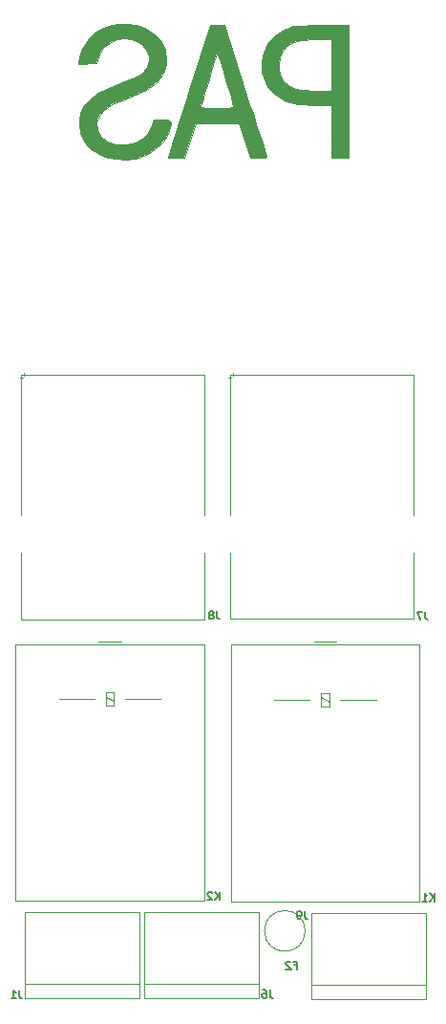
<source format=gbr>
%TF.GenerationSoftware,KiCad,Pcbnew,5.1.6-c6e7f7d~87~ubuntu20.04.1*%
%TF.CreationDate,2020-11-14T10:44:13+07:00*%
%TF.ProjectId,pas-slave-camera-hw,7061732d-736c-4617-9665-2d63616d6572,rev?*%
%TF.SameCoordinates,Original*%
%TF.FileFunction,Legend,Bot*%
%TF.FilePolarity,Positive*%
%FSLAX46Y46*%
G04 Gerber Fmt 4.6, Leading zero omitted, Abs format (unit mm)*
G04 Created by KiCad (PCBNEW 5.1.6-c6e7f7d~87~ubuntu20.04.1) date 2020-11-14 10:44:13*
%MOMM*%
%LPD*%
G01*
G04 APERTURE LIST*
%ADD10C,0.010000*%
%ADD11C,0.120000*%
%ADD12C,0.100000*%
%ADD13C,0.150000*%
G04 APERTURE END LIST*
D10*
%TO.C,U15*%
G36*
X322828835Y-60850265D02*
G01*
X322050258Y-60981838D01*
X321602100Y-61138359D01*
X320794820Y-61629016D01*
X320140568Y-62272587D01*
X319672767Y-63027747D01*
X319429193Y-63825054D01*
X319345056Y-64351216D01*
X320958520Y-64274700D01*
X321073168Y-63787916D01*
X321237258Y-63391972D01*
X321517374Y-62968801D01*
X321648958Y-62816861D01*
X322179897Y-62398202D01*
X322768933Y-62160465D01*
X323380972Y-62086680D01*
X323980918Y-62159872D01*
X324533678Y-62363069D01*
X325004155Y-62679299D01*
X325357255Y-63091590D01*
X325557884Y-63582969D01*
X325570946Y-64136463D01*
X325411520Y-64636506D01*
X325186467Y-64976989D01*
X324837332Y-65279535D01*
X324327142Y-65567447D01*
X323618927Y-65864029D01*
X323253100Y-65996935D01*
X322056405Y-66468095D01*
X321099479Y-66960914D01*
X320368228Y-67488693D01*
X319848558Y-68064734D01*
X319526377Y-68702341D01*
X319387590Y-69414814D01*
X319379600Y-69652876D01*
X319496920Y-70501203D01*
X319843289Y-71246980D01*
X320410324Y-71877885D01*
X321189639Y-72381594D01*
X321259134Y-72415190D01*
X321923570Y-72642460D01*
X322714386Y-72781248D01*
X323534223Y-72824263D01*
X324285721Y-72764213D01*
X324677274Y-72671159D01*
X325502871Y-72310418D01*
X326230357Y-71818865D01*
X326825151Y-71233564D01*
X327252676Y-70591579D01*
X327478354Y-69929972D01*
X327504811Y-69640450D01*
X327493305Y-69445144D01*
X327414532Y-69340858D01*
X327208108Y-69299060D01*
X326813650Y-69291215D01*
X326765703Y-69291200D01*
X326023806Y-69291200D01*
X325862743Y-69830950D01*
X325544932Y-70478716D01*
X325042103Y-70990529D01*
X324395621Y-71345615D01*
X323646848Y-71523206D01*
X322837151Y-71502529D01*
X322616629Y-71460972D01*
X321890209Y-71203179D01*
X321368425Y-70802895D01*
X321056770Y-70264601D01*
X321025878Y-70162662D01*
X320970104Y-69526399D01*
X321160666Y-68949520D01*
X321596694Y-68433050D01*
X322277318Y-67978014D01*
X323201671Y-67585436D01*
X323216597Y-67580299D01*
X324415722Y-67122458D01*
X325376100Y-66647966D01*
X326112970Y-66142794D01*
X326641571Y-65592911D01*
X326977143Y-64984289D01*
X327134925Y-64302896D01*
X327152000Y-63957200D01*
X327032027Y-63124046D01*
X326680597Y-62378799D01*
X326110440Y-61739458D01*
X325334291Y-61224021D01*
X325158100Y-61138597D01*
X324479609Y-60928650D01*
X323670903Y-60832537D01*
X322828835Y-60850265D01*
G37*
X322828835Y-60850265D02*
X322050258Y-60981838D01*
X321602100Y-61138359D01*
X320794820Y-61629016D01*
X320140568Y-62272587D01*
X319672767Y-63027747D01*
X319429193Y-63825054D01*
X319345056Y-64351216D01*
X320958520Y-64274700D01*
X321073168Y-63787916D01*
X321237258Y-63391972D01*
X321517374Y-62968801D01*
X321648958Y-62816861D01*
X322179897Y-62398202D01*
X322768933Y-62160465D01*
X323380972Y-62086680D01*
X323980918Y-62159872D01*
X324533678Y-62363069D01*
X325004155Y-62679299D01*
X325357255Y-63091590D01*
X325557884Y-63582969D01*
X325570946Y-64136463D01*
X325411520Y-64636506D01*
X325186467Y-64976989D01*
X324837332Y-65279535D01*
X324327142Y-65567447D01*
X323618927Y-65864029D01*
X323253100Y-65996935D01*
X322056405Y-66468095D01*
X321099479Y-66960914D01*
X320368228Y-67488693D01*
X319848558Y-68064734D01*
X319526377Y-68702341D01*
X319387590Y-69414814D01*
X319379600Y-69652876D01*
X319496920Y-70501203D01*
X319843289Y-71246980D01*
X320410324Y-71877885D01*
X321189639Y-72381594D01*
X321259134Y-72415190D01*
X321923570Y-72642460D01*
X322714386Y-72781248D01*
X323534223Y-72824263D01*
X324285721Y-72764213D01*
X324677274Y-72671159D01*
X325502871Y-72310418D01*
X326230357Y-71818865D01*
X326825151Y-71233564D01*
X327252676Y-70591579D01*
X327478354Y-69929972D01*
X327504811Y-69640450D01*
X327493305Y-69445144D01*
X327414532Y-69340858D01*
X327208108Y-69299060D01*
X326813650Y-69291215D01*
X326765703Y-69291200D01*
X326023806Y-69291200D01*
X325862743Y-69830950D01*
X325544932Y-70478716D01*
X325042103Y-70990529D01*
X324395621Y-71345615D01*
X323646848Y-71523206D01*
X322837151Y-71502529D01*
X322616629Y-71460972D01*
X321890209Y-71203179D01*
X321368425Y-70802895D01*
X321056770Y-70264601D01*
X321025878Y-70162662D01*
X320970104Y-69526399D01*
X321160666Y-68949520D01*
X321596694Y-68433050D01*
X322277318Y-67978014D01*
X323201671Y-67585436D01*
X323216597Y-67580299D01*
X324415722Y-67122458D01*
X325376100Y-66647966D01*
X326112970Y-66142794D01*
X326641571Y-65592911D01*
X326977143Y-64984289D01*
X327134925Y-64302896D01*
X327152000Y-63957200D01*
X327032027Y-63124046D01*
X326680597Y-62378799D01*
X326110440Y-61739458D01*
X325334291Y-61224021D01*
X325158100Y-61138597D01*
X324479609Y-60928650D01*
X323670903Y-60832537D01*
X322828835Y-60850265D01*
G36*
X340797627Y-60929262D02*
G01*
X338339654Y-60972700D01*
X337463877Y-61418229D01*
X336906040Y-61736700D01*
X336509979Y-62059637D01*
X336191752Y-62455842D01*
X336184217Y-62467057D01*
X335750847Y-63325914D01*
X335562543Y-64222109D01*
X335619304Y-65126204D01*
X335921131Y-66008762D01*
X336184217Y-66463342D01*
X336510881Y-66871578D01*
X336918034Y-67202125D01*
X337444960Y-67502326D01*
X337804374Y-67679232D01*
X338106719Y-67802437D01*
X338413601Y-67883771D01*
X338786624Y-67935063D01*
X339287391Y-67968143D01*
X339977506Y-67994840D01*
X340016710Y-67996173D01*
X341731600Y-68054334D01*
X341731600Y-72720200D01*
X343255600Y-72720200D01*
X343255600Y-66781862D01*
X341731600Y-66781862D01*
X340158587Y-66729494D01*
X339487201Y-66703174D01*
X339012468Y-66669505D01*
X338677063Y-66617641D01*
X338423663Y-66536737D01*
X338194945Y-66415949D01*
X338066629Y-66333705D01*
X337543249Y-65878188D01*
X337233982Y-65326571D01*
X337116352Y-64634778D01*
X337113911Y-64465200D01*
X337188601Y-63740301D01*
X337411726Y-63169375D01*
X337800223Y-62740545D01*
X338371032Y-62441935D01*
X339141092Y-62261668D01*
X340127341Y-62187869D01*
X340366350Y-62184774D01*
X341731600Y-62179200D01*
X341731600Y-66781862D01*
X343255600Y-66781862D01*
X343255600Y-60885825D01*
X340797627Y-60929262D01*
G37*
X340797627Y-60929262D02*
X338339654Y-60972700D01*
X337463877Y-61418229D01*
X336906040Y-61736700D01*
X336509979Y-62059637D01*
X336191752Y-62455842D01*
X336184217Y-62467057D01*
X335750847Y-63325914D01*
X335562543Y-64222109D01*
X335619304Y-65126204D01*
X335921131Y-66008762D01*
X336184217Y-66463342D01*
X336510881Y-66871578D01*
X336918034Y-67202125D01*
X337444960Y-67502326D01*
X337804374Y-67679232D01*
X338106719Y-67802437D01*
X338413601Y-67883771D01*
X338786624Y-67935063D01*
X339287391Y-67968143D01*
X339977506Y-67994840D01*
X340016710Y-67996173D01*
X341731600Y-68054334D01*
X341731600Y-72720200D01*
X343255600Y-72720200D01*
X343255600Y-66781862D01*
X341731600Y-66781862D01*
X340158587Y-66729494D01*
X339487201Y-66703174D01*
X339012468Y-66669505D01*
X338677063Y-66617641D01*
X338423663Y-66536737D01*
X338194945Y-66415949D01*
X338066629Y-66333705D01*
X337543249Y-65878188D01*
X337233982Y-65326571D01*
X337116352Y-64634778D01*
X337113911Y-64465200D01*
X337188601Y-63740301D01*
X337411726Y-63169375D01*
X337800223Y-62740545D01*
X338371032Y-62441935D01*
X339141092Y-62261668D01*
X340127341Y-62187869D01*
X340366350Y-62184774D01*
X341731600Y-62179200D01*
X341731600Y-66781862D01*
X343255600Y-66781862D01*
X343255600Y-60885825D01*
X340797627Y-60929262D01*
G36*
X329170181Y-66655950D02*
G01*
X328801802Y-67816312D01*
X328455957Y-68904870D01*
X328140416Y-69897226D01*
X327862949Y-70768981D01*
X327631327Y-71495737D01*
X327453318Y-72053097D01*
X327336694Y-72416663D01*
X327289437Y-72561450D01*
X327332735Y-72655136D01*
X327567711Y-72705732D01*
X327999382Y-72720200D01*
X328766330Y-72720200D01*
X329237689Y-71196200D01*
X329709049Y-69672200D01*
X333598015Y-69672200D01*
X334068880Y-71196200D01*
X334539746Y-72720200D01*
X335292985Y-72720200D01*
X335711415Y-72711697D01*
X335928886Y-72674227D01*
X335998198Y-72589851D01*
X335984759Y-72485152D01*
X335934283Y-72319489D01*
X335813781Y-71937047D01*
X335631226Y-71362773D01*
X335394597Y-70621615D01*
X335111868Y-69738520D01*
X334791016Y-68738434D01*
X334611525Y-68179950D01*
X333096717Y-68179950D01*
X332977626Y-68217452D01*
X332654745Y-68248003D01*
X332178253Y-68268333D01*
X331635100Y-68275200D01*
X331060094Y-68269063D01*
X330591661Y-68252383D01*
X330279937Y-68227751D01*
X330174600Y-68199656D01*
X330209310Y-68064455D01*
X330304360Y-67732322D01*
X330446137Y-67248600D01*
X330621026Y-66658634D01*
X330815412Y-66007770D01*
X331015679Y-65341352D01*
X331208213Y-64704724D01*
X331379399Y-64143232D01*
X331515622Y-63702220D01*
X331603267Y-63427032D01*
X331628598Y-63357099D01*
X331670155Y-63461164D01*
X331770399Y-63764616D01*
X331915891Y-64223299D01*
X332093189Y-64793059D01*
X332288850Y-65429739D01*
X332489435Y-66089184D01*
X332681501Y-66727238D01*
X332851607Y-67299745D01*
X332986312Y-67762550D01*
X333072173Y-68071496D01*
X333096717Y-68179950D01*
X334611525Y-68179950D01*
X334440016Y-67646305D01*
X334096696Y-66579741D01*
X332270100Y-60909378D01*
X330993922Y-60909200D01*
X329170181Y-66655950D01*
G37*
X329170181Y-66655950D02*
X328801802Y-67816312D01*
X328455957Y-68904870D01*
X328140416Y-69897226D01*
X327862949Y-70768981D01*
X327631327Y-71495737D01*
X327453318Y-72053097D01*
X327336694Y-72416663D01*
X327289437Y-72561450D01*
X327332735Y-72655136D01*
X327567711Y-72705732D01*
X327999382Y-72720200D01*
X328766330Y-72720200D01*
X329237689Y-71196200D01*
X329709049Y-69672200D01*
X333598015Y-69672200D01*
X334068880Y-71196200D01*
X334539746Y-72720200D01*
X335292985Y-72720200D01*
X335711415Y-72711697D01*
X335928886Y-72674227D01*
X335998198Y-72589851D01*
X335984759Y-72485152D01*
X335934283Y-72319489D01*
X335813781Y-71937047D01*
X335631226Y-71362773D01*
X335394597Y-70621615D01*
X335111868Y-69738520D01*
X334791016Y-68738434D01*
X334611525Y-68179950D01*
X333096717Y-68179950D01*
X332977626Y-68217452D01*
X332654745Y-68248003D01*
X332178253Y-68268333D01*
X331635100Y-68275200D01*
X331060094Y-68269063D01*
X330591661Y-68252383D01*
X330279937Y-68227751D01*
X330174600Y-68199656D01*
X330209310Y-68064455D01*
X330304360Y-67732322D01*
X330446137Y-67248600D01*
X330621026Y-66658634D01*
X330815412Y-66007770D01*
X331015679Y-65341352D01*
X331208213Y-64704724D01*
X331379399Y-64143232D01*
X331515622Y-63702220D01*
X331603267Y-63427032D01*
X331628598Y-63357099D01*
X331670155Y-63461164D01*
X331770399Y-63764616D01*
X331915891Y-64223299D01*
X332093189Y-64793059D01*
X332288850Y-65429739D01*
X332489435Y-66089184D01*
X332681501Y-66727238D01*
X332851607Y-67299745D01*
X332986312Y-67762550D01*
X333072173Y-68071496D01*
X333096717Y-68179950D01*
X334611525Y-68179950D01*
X334440016Y-67646305D01*
X334096696Y-66579741D01*
X332270100Y-60909378D01*
X330993922Y-60909200D01*
X329170181Y-66655950D01*
D11*
%TO.C,J1*%
X314612020Y-145854420D02*
X324772020Y-145854420D01*
X314612020Y-147124420D02*
X314612020Y-139504420D01*
X314612020Y-139504420D02*
X324772020Y-139504420D01*
X324772020Y-139504420D02*
X324772020Y-147124420D01*
X324772020Y-147124420D02*
X314612020Y-147124420D01*
%TO.C,J8*%
X314389580Y-92163340D02*
X314139580Y-92163340D01*
X314489580Y-92013340D02*
X314489580Y-91763340D01*
X330509580Y-91893340D02*
X314269580Y-91893340D01*
X330509580Y-104343340D02*
X330509580Y-91893340D01*
X330509580Y-113533340D02*
X330509580Y-107623340D01*
X314269580Y-113533340D02*
X330509580Y-113533340D01*
X314269580Y-113533340D02*
X314269580Y-107623340D01*
X314269580Y-104343340D02*
X314269580Y-91893340D01*
%TO.C,J7*%
X332916180Y-92150640D02*
X332666180Y-92150640D01*
X333016180Y-92000640D02*
X333016180Y-91750640D01*
X349036180Y-91880640D02*
X332796180Y-91880640D01*
X349036180Y-104330640D02*
X349036180Y-91880640D01*
X349036180Y-113520640D02*
X349036180Y-107610640D01*
X332796180Y-113520640D02*
X349036180Y-113520640D01*
X332796180Y-113520640D02*
X332796180Y-107610640D01*
X332796180Y-104330640D02*
X332796180Y-91880640D01*
%TO.C,J6*%
X335351120Y-147086320D02*
X325191120Y-147086320D01*
X335351120Y-139466320D02*
X335351120Y-147086320D01*
X325191120Y-139466320D02*
X335351120Y-139466320D01*
X325191120Y-147086320D02*
X325191120Y-139466320D01*
X325191120Y-145816320D02*
X335351120Y-145816320D01*
%TO.C,J9*%
X339953600Y-145897600D02*
X350113600Y-145897600D01*
X339953600Y-147167600D02*
X339953600Y-139547600D01*
X339953600Y-139547600D02*
X350113600Y-139547600D01*
X350113600Y-139547600D02*
X350113600Y-147167600D01*
X350113600Y-147167600D02*
X339953600Y-147167600D01*
D12*
%TO.C,F2*%
X339437356Y-141147800D02*
G75*
G03*
X339437356Y-141147800I-1802776J0D01*
G01*
D11*
%TO.C,K2*%
X313767720Y-138447020D02*
X313767720Y-115747020D01*
X313767720Y-115747020D02*
X330467720Y-115747020D01*
X330467720Y-115747020D02*
X330467720Y-138447020D01*
X330467720Y-138447020D02*
X313767720Y-138447020D01*
X322467720Y-120797020D02*
X321767720Y-120397020D01*
X321767720Y-121197020D02*
X321767720Y-119997020D01*
X321767720Y-119997020D02*
X322467720Y-119997020D01*
X322467720Y-119997020D02*
X322467720Y-121197020D01*
X322467720Y-121197020D02*
X321767720Y-121197020D01*
X323117720Y-115487020D02*
X321117720Y-115487020D01*
X326617720Y-120597020D02*
X323467720Y-120597020D01*
X320767720Y-120597020D02*
X317617720Y-120597020D01*
%TO.C,K1*%
X332858880Y-138512040D02*
X332858880Y-115812040D01*
X332858880Y-115812040D02*
X349558880Y-115812040D01*
X349558880Y-115812040D02*
X349558880Y-138512040D01*
X349558880Y-138512040D02*
X332858880Y-138512040D01*
X341558880Y-120862040D02*
X340858880Y-120462040D01*
X340858880Y-121262040D02*
X340858880Y-120062040D01*
X340858880Y-120062040D02*
X341558880Y-120062040D01*
X341558880Y-120062040D02*
X341558880Y-121262040D01*
X341558880Y-121262040D02*
X340858880Y-121262040D01*
X342208880Y-115552040D02*
X340208880Y-115552040D01*
X345708880Y-120662040D02*
X342558880Y-120662040D01*
X339858880Y-120662040D02*
X336708880Y-120662040D01*
%TO.C,J1*%
D13*
X314106213Y-146413426D02*
X314106213Y-146913426D01*
X314139546Y-147013426D01*
X314206213Y-147080093D01*
X314306213Y-147113426D01*
X314372880Y-147113426D01*
X313406213Y-147113426D02*
X313806213Y-147113426D01*
X313606213Y-147113426D02*
X313606213Y-146413426D01*
X313672880Y-146513426D01*
X313739546Y-146580093D01*
X313806213Y-146613426D01*
%TO.C,J8*%
X331616973Y-112829546D02*
X331616973Y-113329546D01*
X331650306Y-113429546D01*
X331716973Y-113496213D01*
X331816973Y-113529546D01*
X331883640Y-113529546D01*
X331183640Y-113129546D02*
X331250306Y-113096213D01*
X331283640Y-113062880D01*
X331316973Y-112996213D01*
X331316973Y-112962880D01*
X331283640Y-112896213D01*
X331250306Y-112862880D01*
X331183640Y-112829546D01*
X331050306Y-112829546D01*
X330983640Y-112862880D01*
X330950306Y-112896213D01*
X330916973Y-112962880D01*
X330916973Y-112996213D01*
X330950306Y-113062880D01*
X330983640Y-113096213D01*
X331050306Y-113129546D01*
X331183640Y-113129546D01*
X331250306Y-113162880D01*
X331283640Y-113196213D01*
X331316973Y-113262880D01*
X331316973Y-113396213D01*
X331283640Y-113462880D01*
X331250306Y-113496213D01*
X331183640Y-113529546D01*
X331050306Y-113529546D01*
X330983640Y-113496213D01*
X330950306Y-113462880D01*
X330916973Y-113396213D01*
X330916973Y-113262880D01*
X330950306Y-113196213D01*
X330983640Y-113162880D01*
X331050306Y-113129546D01*
%TO.C,J7*%
X350087853Y-112865106D02*
X350087853Y-113365106D01*
X350121186Y-113465106D01*
X350187853Y-113531773D01*
X350287853Y-113565106D01*
X350354520Y-113565106D01*
X349821186Y-112865106D02*
X349354520Y-112865106D01*
X349654520Y-113565106D01*
%TO.C,J6*%
X336326133Y-146377866D02*
X336326133Y-146877866D01*
X336359466Y-146977866D01*
X336426133Y-147044533D01*
X336526133Y-147077866D01*
X336592800Y-147077866D01*
X335692800Y-146377866D02*
X335826133Y-146377866D01*
X335892800Y-146411200D01*
X335926133Y-146444533D01*
X335992800Y-146544533D01*
X336026133Y-146677866D01*
X336026133Y-146944533D01*
X335992800Y-147011200D01*
X335959466Y-147044533D01*
X335892800Y-147077866D01*
X335759466Y-147077866D01*
X335692800Y-147044533D01*
X335659466Y-147011200D01*
X335626133Y-146944533D01*
X335626133Y-146777866D01*
X335659466Y-146711200D01*
X335692800Y-146677866D01*
X335759466Y-146644533D01*
X335892800Y-146644533D01*
X335959466Y-146677866D01*
X335992800Y-146711200D01*
X336026133Y-146777866D01*
%TO.C,J9*%
X339409693Y-139403026D02*
X339409693Y-139903026D01*
X339443026Y-140003026D01*
X339509693Y-140069693D01*
X339609693Y-140103026D01*
X339676360Y-140103026D01*
X339043026Y-140103026D02*
X338909693Y-140103026D01*
X338843026Y-140069693D01*
X338809693Y-140036360D01*
X338743026Y-139936360D01*
X338709693Y-139803026D01*
X338709693Y-139536360D01*
X338743026Y-139469693D01*
X338776360Y-139436360D01*
X338843026Y-139403026D01*
X338976360Y-139403026D01*
X339043026Y-139436360D01*
X339076360Y-139469693D01*
X339109693Y-139536360D01*
X339109693Y-139703026D01*
X339076360Y-139769693D01*
X339043026Y-139803026D01*
X338976360Y-139836360D01*
X338843026Y-139836360D01*
X338776360Y-139803026D01*
X338743026Y-139769693D01*
X338709693Y-139703026D01*
%TO.C,F2*%
X338480053Y-144176280D02*
X338713386Y-144176280D01*
X338713386Y-144542946D02*
X338713386Y-143842946D01*
X338380053Y-143842946D01*
X338146720Y-143909613D02*
X338113386Y-143876280D01*
X338046720Y-143842946D01*
X337880053Y-143842946D01*
X337813386Y-143876280D01*
X337780053Y-143909613D01*
X337746720Y-143976280D01*
X337746720Y-144042946D01*
X337780053Y-144142946D01*
X338180053Y-144542946D01*
X337746720Y-144542946D01*
%TO.C,K2*%
X331859666Y-138401226D02*
X331859666Y-137701226D01*
X331459666Y-138401226D02*
X331759666Y-138001226D01*
X331459666Y-137701226D02*
X331859666Y-138101226D01*
X331193000Y-137767893D02*
X331159666Y-137734560D01*
X331093000Y-137701226D01*
X330926333Y-137701226D01*
X330859666Y-137734560D01*
X330826333Y-137767893D01*
X330793000Y-137834560D01*
X330793000Y-137901226D01*
X330826333Y-138001226D01*
X331226333Y-138401226D01*
X330793000Y-138401226D01*
%TO.C,K1*%
X350914746Y-138528226D02*
X350914746Y-137828226D01*
X350514746Y-138528226D02*
X350814746Y-138128226D01*
X350514746Y-137828226D02*
X350914746Y-138228226D01*
X349848080Y-138528226D02*
X350248080Y-138528226D01*
X350048080Y-138528226D02*
X350048080Y-137828226D01*
X350114746Y-137928226D01*
X350181413Y-137994893D01*
X350248080Y-138028226D01*
%TD*%
M02*

</source>
